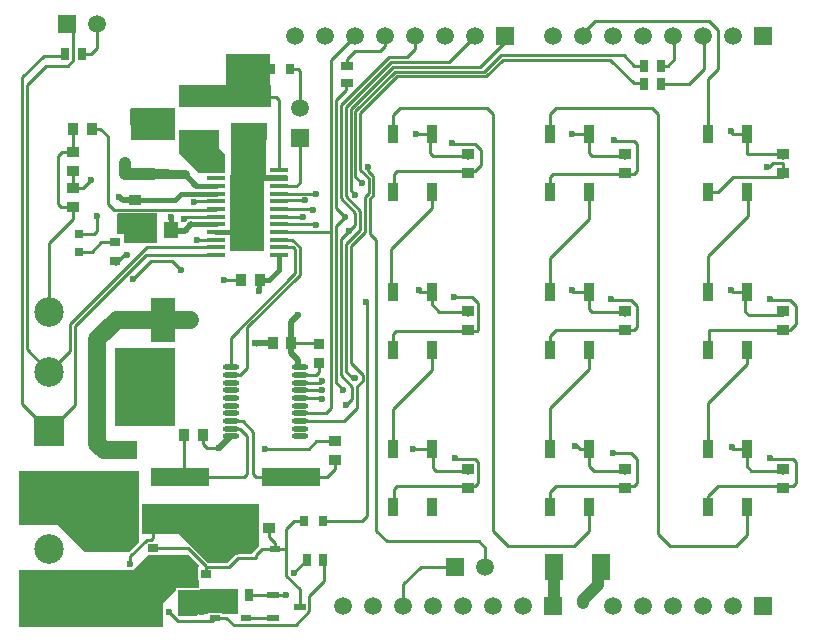
<source format=gtl>
G04*
G04 #@! TF.GenerationSoftware,Altium Limited,Altium Designer,18.0.11 (651)*
G04*
G04 Layer_Physical_Order=1*
G04 Layer_Color=255*
%FSLAX44Y44*%
%MOMM*%
G71*
G01*
G75*
%ADD13C,0.6000*%
%ADD15R,0.9000X1.5000*%
%ADD16R,1.5500X2.2000*%
%ADD17R,1.0000X0.9500*%
%ADD18R,1.0000X0.9500*%
%ADD19O,1.4000X0.4500*%
%ADD20R,0.9000X0.5000*%
%ADD21R,2.1000X3.8500*%
%ADD22R,4.9500X1.6500*%
%ADD23R,0.9720X0.8020*%
%ADD24R,0.7200X0.9900*%
%ADD25R,0.9500X0.8000*%
%ADD26R,0.8000X0.8000*%
%ADD27R,0.9500X0.9000*%
%ADD28R,0.9500X1.0000*%
%ADD29R,0.8000X0.9500*%
%ADD30R,0.8500X0.5000*%
%ADD31R,1.0500X0.5500*%
%ADD32R,0.9900X0.7200*%
%ADD33R,2.8000X0.9500*%
%ADD34R,2.2000X1.5500*%
%ADD35R,1.1500X1.4500*%
%ADD36R,1.0000X0.9000*%
%ADD37R,0.9000X1.0000*%
%ADD38R,2.8000X1.3500*%
%ADD39R,3.4000X1.6500*%
%ADD40R,1.5500X0.4500*%
%ADD41R,2.8500X6.5000*%
%ADD46C,2.5000*%
%ADD47R,2.5000X2.5000*%
%ADD49C,0.2540*%
%ADD50C,0.5080*%
%ADD51C,1.5240*%
%ADD52C,0.7620*%
%ADD53C,1.0160*%
%ADD54C,1.2700*%
%ADD55C,0.4572*%
%ADD56C,0.4826*%
%ADD57C,0.3810*%
%ADD58C,1.5000*%
%ADD59R,1.5000X1.5000*%
%ADD60R,1.5000X1.5000*%
G36*
X137160Y177800D02*
X86360D01*
Y243840D01*
X137160D01*
Y177800D01*
D02*
G37*
G36*
X106680Y79196D02*
X98604Y71120D01*
X60960D01*
X38100Y93980D01*
X5080D01*
Y139700D01*
X106680D01*
Y79196D01*
D02*
G37*
G36*
X208280Y76200D02*
X200969Y68889D01*
X190500D01*
X190500Y68889D01*
X189410Y68672D01*
X189272Y68580D01*
X187960D01*
X180649Y61269D01*
X164791D01*
X139700Y86360D01*
X109220Y86360D01*
X109220Y111120D01*
X208280Y111120D01*
Y76200D01*
D02*
G37*
G36*
X190500Y18288D02*
X176568D01*
Y19315D01*
X165020D01*
Y18288D01*
X156464D01*
X155194Y17018D01*
X139249D01*
X138938Y17329D01*
Y25126D01*
X140208Y25511D01*
X141154Y24094D01*
X142919Y22915D01*
X145000Y22501D01*
X147000D01*
X149081Y22915D01*
X150846Y24094D01*
X152024Y25859D01*
X152438Y27940D01*
X152024Y30021D01*
X150846Y31786D01*
X149081Y32964D01*
X147000Y33379D01*
X145000D01*
X142919Y32964D01*
X141154Y31786D01*
X140208Y30369D01*
X138938Y30754D01*
Y37610D01*
X139376Y38666D01*
Y38814D01*
X139524D01*
X139949Y38990D01*
X157480Y38990D01*
X157783Y39116D01*
X190500D01*
Y18288D01*
D02*
G37*
G36*
X157480Y60098D02*
Y57985D01*
X156593D01*
Y46917D01*
X157480D01*
Y40640D01*
X139700Y40640D01*
X139524Y40464D01*
X137726D01*
Y38666D01*
X127000Y27940D01*
X127000Y7620D01*
X5080D01*
Y55880D01*
X101600D01*
X114100Y68380D01*
X124632D01*
Y68580D01*
X148998Y68580D01*
X157480Y60098D01*
D02*
G37*
G36*
X217170Y466491D02*
X217457D01*
X217647Y466412D01*
Y447388D01*
X140470D01*
Y466491D01*
X180340D01*
X180340Y492760D01*
X217170Y492760D01*
X217170Y466491D01*
D02*
G37*
G36*
X136854Y420761D02*
X135956Y419862D01*
X99087Y419862D01*
X99038Y446141D01*
X99935Y447040D01*
X136804Y447040D01*
X136854Y420761D01*
D02*
G37*
G36*
X174353Y412278D02*
X178905Y407726D01*
Y391884D01*
X178853Y391757D01*
X165138Y391584D01*
X157488D01*
X140495Y408577D01*
Y415303D01*
X141700Y415460D01*
X174353D01*
Y412278D01*
D02*
G37*
G36*
X214627Y420751D02*
X213523Y419646D01*
Y389634D01*
X231958Y389636D01*
X232855Y388737D01*
X232847Y385061D01*
X210726D01*
X210619Y384955D01*
X207647Y387927D01*
X183881D01*
Y390756D01*
Y434246D01*
X214592D01*
X214627Y420751D01*
D02*
G37*
G36*
X121920Y332740D02*
X93980D01*
Y340360D01*
X87630D01*
Y356870D01*
X88591Y357831D01*
X121920D01*
Y332740D01*
D02*
G37*
D13*
X115570Y354330D02*
D03*
X92710Y351790D02*
D03*
X100330Y336550D02*
D03*
X104140Y342900D02*
D03*
X96520D02*
D03*
X71120Y20320D02*
D03*
Y30480D02*
D03*
Y40640D02*
D03*
X99060Y45720D02*
D03*
X81280Y20320D02*
D03*
Y30480D02*
D03*
Y40640D02*
D03*
X91440D02*
D03*
Y30480D02*
D03*
Y20320D02*
D03*
X160020D02*
D03*
X175260Y27940D02*
D03*
X167640D02*
D03*
X160020D02*
D03*
X175260Y35560D02*
D03*
X167640D02*
D03*
X160020D02*
D03*
X86360Y73660D02*
D03*
X76200Y83820D02*
D03*
X114300Y60960D02*
D03*
X134620Y40640D02*
D03*
X124460Y50800D02*
D03*
Y60960D02*
D03*
X134620D02*
D03*
Y50800D02*
D03*
X144780D02*
D03*
X76200Y73660D02*
D03*
Y93980D02*
D03*
Y104140D02*
D03*
X96520D02*
D03*
X86360D02*
D03*
Y83820D02*
D03*
Y93980D02*
D03*
X96520D02*
D03*
X144780Y86360D02*
D03*
X154940D02*
D03*
Y96520D02*
D03*
X144780D02*
D03*
X134620D02*
D03*
X154940Y106680D02*
D03*
X144780D02*
D03*
X134620D02*
D03*
X124460D02*
D03*
X114300D02*
D03*
X131919Y20320D02*
D03*
X66040Y386080D02*
D03*
X149860Y267680D02*
D03*
X213360Y158120D02*
D03*
X261620Y200660D02*
D03*
Y208280D02*
D03*
X482600Y27940D02*
D03*
X101600Y302260D02*
D03*
X96520Y322580D02*
D03*
X71120Y355600D02*
D03*
X256058Y374275D02*
D03*
X99060Y60960D02*
D03*
X94785Y400515D02*
D03*
X139700Y267680D02*
D03*
X142240Y309880D02*
D03*
X508000Y154940D02*
D03*
X204724Y247396D02*
D03*
X173965Y158750D02*
D03*
X241300Y271780D02*
D03*
X373790Y150270D02*
D03*
X338230Y157890D02*
D03*
X373380Y287020D02*
D03*
X343310Y292510D02*
D03*
X371250Y416970D02*
D03*
X340770Y424590D02*
D03*
X508410Y419510D02*
D03*
X505870Y284890D02*
D03*
X472850Y292510D02*
D03*
X637950Y396650D02*
D03*
X640490Y284890D02*
D03*
Y150270D02*
D03*
X472850Y424590D02*
D03*
X475390Y160430D02*
D03*
X608555Y159345D02*
D03*
X607470Y292510D02*
D03*
Y427130D02*
D03*
X185420Y472440D02*
D03*
Y480060D02*
D03*
Y487680D02*
D03*
X193040D02*
D03*
Y480060D02*
D03*
Y472440D02*
D03*
X200660D02*
D03*
Y480060D02*
D03*
Y487680D02*
D03*
X298860Y282350D02*
D03*
X152810Y367440D02*
D03*
X230382Y34065D02*
D03*
X237290Y53369D02*
D03*
X300486Y396701D02*
D03*
X246917Y368481D02*
D03*
X294694Y383493D02*
D03*
X244907Y354406D02*
D03*
X89700Y371640D02*
D03*
X94818Y390525D02*
D03*
X106680Y434340D02*
D03*
X114300D02*
D03*
X121920D02*
D03*
X129540D02*
D03*
Y441960D02*
D03*
X121920D02*
D03*
X114300D02*
D03*
X106680D02*
D03*
X91440Y228600D02*
D03*
X99060D02*
D03*
X106680D02*
D03*
X114300D02*
D03*
X121920D02*
D03*
X129540D02*
D03*
Y236220D02*
D03*
X121920D02*
D03*
X114300D02*
D03*
X106680D02*
D03*
X99060D02*
D03*
X91440D02*
D03*
X144780Y353060D02*
D03*
X207899Y291897D02*
D03*
X132994Y354686D02*
D03*
X178384Y301193D02*
D03*
X205740Y335280D02*
D03*
Y342900D02*
D03*
Y350520D02*
D03*
Y358140D02*
D03*
Y365760D02*
D03*
Y373380D02*
D03*
Y381000D02*
D03*
X190500D02*
D03*
Y373380D02*
D03*
Y365760D02*
D03*
Y358140D02*
D03*
Y350520D02*
D03*
Y342900D02*
D03*
Y335280D02*
D03*
X198120D02*
D03*
Y342900D02*
D03*
Y350520D02*
D03*
X198120Y358140D02*
D03*
X198120Y365760D02*
D03*
Y373380D02*
D03*
Y381000D02*
D03*
X205740Y396240D02*
D03*
X198120D02*
D03*
X190500D02*
D03*
Y403860D02*
D03*
X198120D02*
D03*
X205740D02*
D03*
Y411480D02*
D03*
X198120D02*
D03*
X190500D02*
D03*
X155050Y335390D02*
D03*
X279400Y208280D02*
D03*
X289560Y373380D02*
D03*
X261620Y215900D02*
D03*
X254000Y360680D02*
D03*
X289560Y218440D02*
D03*
X284480Y342900D02*
D03*
X280670Y354330D02*
D03*
X256540Y347980D02*
D03*
X281940Y195580D02*
D03*
D15*
X588020Y108850D02*
D03*
X621020D02*
D03*
Y157850D02*
D03*
X588020D02*
D03*
Y242200D02*
D03*
X621020D02*
D03*
Y291200D02*
D03*
X588020D02*
D03*
Y375550D02*
D03*
X621020D02*
D03*
Y424550D02*
D03*
X588020D02*
D03*
X454670Y375550D02*
D03*
X487670D02*
D03*
Y424550D02*
D03*
X454670D02*
D03*
Y242200D02*
D03*
X487670D02*
D03*
Y291200D02*
D03*
X454670D02*
D03*
Y108850D02*
D03*
X487670D02*
D03*
Y157850D02*
D03*
X454670D02*
D03*
X321320Y108850D02*
D03*
X354320D02*
D03*
Y157850D02*
D03*
X321320D02*
D03*
Y242200D02*
D03*
X354320D02*
D03*
Y291200D02*
D03*
X321320D02*
D03*
Y375550D02*
D03*
X354320D02*
D03*
Y424550D02*
D03*
X321320D02*
D03*
D16*
X497520Y58420D02*
D03*
X457520D02*
D03*
X147000Y27940D02*
D03*
X107000D02*
D03*
D17*
X384810Y125350D02*
D03*
Y141350D02*
D03*
Y258700D02*
D03*
Y274700D02*
D03*
Y392050D02*
D03*
Y408050D02*
D03*
X518160Y125350D02*
D03*
Y141350D02*
D03*
Y258700D02*
D03*
Y274700D02*
D03*
Y392050D02*
D03*
Y408050D02*
D03*
X651510Y392050D02*
D03*
Y408050D02*
D03*
Y125350D02*
D03*
Y141350D02*
D03*
Y258700D02*
D03*
Y274700D02*
D03*
X271882Y164464D02*
D03*
Y148464D02*
D03*
X102667Y368934D02*
D03*
Y352934D02*
D03*
X50800Y393320D02*
D03*
Y409320D02*
D03*
D18*
X200280Y91440D02*
D03*
X216280D02*
D03*
D19*
X183860Y227370D02*
D03*
Y220870D02*
D03*
Y214370D02*
D03*
Y207870D02*
D03*
Y201370D02*
D03*
Y194870D02*
D03*
Y188370D02*
D03*
Y181870D02*
D03*
Y175370D02*
D03*
Y168870D02*
D03*
X242860Y227370D02*
D03*
Y220870D02*
D03*
Y214370D02*
D03*
Y207870D02*
D03*
Y201370D02*
D03*
Y194870D02*
D03*
Y188370D02*
D03*
Y181870D02*
D03*
Y175370D02*
D03*
Y168870D02*
D03*
D20*
X221280Y73660D02*
D03*
X195280D02*
D03*
D21*
X127000Y199680D02*
D03*
Y267680D02*
D03*
D22*
X234960Y134620D02*
D03*
X140960D02*
D03*
D23*
X145277Y61951D02*
D03*
X162977Y71451D02*
D03*
Y52451D02*
D03*
X100548Y83414D02*
D03*
X118248Y92914D02*
D03*
Y73914D02*
D03*
D24*
X43900Y492760D02*
D03*
X57700D02*
D03*
X248319Y64186D02*
D03*
X262119D02*
D03*
X185988Y34341D02*
D03*
X199788D02*
D03*
X547920Y467360D02*
D03*
X534120D02*
D03*
X547920Y482600D02*
D03*
X534120D02*
D03*
D25*
X86360Y317120D02*
D03*
Y333120D02*
D03*
D26*
X55879Y340241D02*
D03*
Y325241D02*
D03*
D27*
X259080Y246760D02*
D03*
Y230760D02*
D03*
D28*
X219330Y247396D02*
D03*
X235330D02*
D03*
X160400Y170180D02*
D03*
X144400D02*
D03*
X208609Y301142D02*
D03*
X192609D02*
D03*
D29*
X234060Y480060D02*
D03*
X218060D02*
D03*
X246102Y96901D02*
D03*
X262102D02*
D03*
D30*
X170794Y15291D02*
D03*
X196794D02*
D03*
D31*
X219538Y34113D02*
D03*
Y15113D02*
D03*
X242538Y24613D02*
D03*
D32*
X282524Y482058D02*
D03*
Y468258D02*
D03*
D33*
X117831Y390492D02*
D03*
Y424492D02*
D03*
D34*
X93980Y117160D02*
D03*
Y157160D02*
D03*
D35*
X133155Y343230D02*
D03*
X115155D02*
D03*
D36*
X50800Y378840D02*
D03*
Y362840D02*
D03*
D37*
X50420Y429260D02*
D03*
X66420D02*
D03*
D38*
X200660Y427460D02*
D03*
Y456460D02*
D03*
D39*
X157480Y420420D02*
D03*
Y458420D02*
D03*
D40*
X225120Y322390D02*
D03*
Y328890D02*
D03*
Y335390D02*
D03*
Y341890D02*
D03*
Y348390D02*
D03*
Y354890D02*
D03*
Y361390D02*
D03*
Y367890D02*
D03*
Y374390D02*
D03*
Y380890D02*
D03*
Y387390D02*
D03*
Y393890D02*
D03*
X171120D02*
D03*
Y387390D02*
D03*
Y380890D02*
D03*
Y374390D02*
D03*
Y367890D02*
D03*
Y361390D02*
D03*
Y354890D02*
D03*
Y348390D02*
D03*
Y341890D02*
D03*
Y335390D02*
D03*
Y328890D02*
D03*
Y322390D02*
D03*
D41*
X198120Y358140D02*
D03*
D46*
X30480Y73660D02*
D03*
Y123660D02*
D03*
Y223660D02*
D03*
Y273660D02*
D03*
D47*
Y23660D02*
D03*
Y173660D02*
D03*
D49*
X607060Y426720D02*
X609230Y424550D01*
X648380Y407680D02*
X651510Y404550D01*
X472810Y424550D02*
X487670D01*
X516310Y406400D02*
X518160Y404550D01*
X472440Y292100D02*
X473340Y291200D01*
X382960Y406400D02*
X384810Y404550D01*
X340730Y424550D02*
X354320D01*
X342900Y292100D02*
X343800Y291200D01*
X622880Y271200D02*
X651510D01*
X515040Y274320D02*
X518160Y271200D01*
X607060Y160020D02*
X609230Y157850D01*
X649660Y139700D02*
X651510Y137850D01*
X516310Y139700D02*
X518160Y137850D01*
X381690Y274320D02*
X384810Y271200D01*
X382960Y139700D02*
X384810Y137850D01*
X338190Y157850D02*
X354320D01*
X131919Y20320D02*
X139539Y12700D01*
X168204D02*
X170794Y15291D01*
X139539Y12700D02*
X168204D01*
X237617Y96901D02*
X246102D01*
X231140Y90424D02*
X237617Y96901D01*
X231140Y73660D02*
Y90424D01*
X198120Y137160D02*
Y169460D01*
X195580Y134620D02*
X198120Y137160D01*
X142240Y134620D02*
X195580D01*
X163830Y158750D02*
X173965D01*
X160400Y162180D02*
X163830Y158750D01*
X160400Y162180D02*
Y170180D01*
X182880Y58420D02*
X190500Y66040D01*
X162977Y58420D02*
X182880D01*
X162977Y52451D02*
Y58420D01*
X295021Y96901D02*
X299695Y101575D01*
X262102Y96901D02*
X295021D01*
X256130Y348390D02*
X256540Y347980D01*
X225120Y348390D02*
X256130D01*
X640080Y284480D02*
X657860D01*
X609600Y388620D02*
X651510D01*
X589280Y259080D02*
X657860D01*
X508000Y419100D02*
X525780D01*
X457200Y391160D02*
X525780D01*
X505460Y284480D02*
X523240D01*
X640080Y149860D02*
X660400D01*
X596920Y127000D02*
X660400D01*
X459740Y259080D02*
X525780D01*
X459740Y127000D02*
X525780D01*
X370840Y416560D02*
X391160D01*
X325120Y393700D02*
X391160D01*
X323860Y257820D02*
X392440D01*
X325120Y127000D02*
X391160D01*
X373380Y149860D02*
X391160D01*
X321320Y242200D02*
Y255280D01*
X323860Y257820D01*
X242860Y214370D02*
X260090D01*
X238760D02*
X242860D01*
Y220870D02*
X256430D01*
X238760D02*
X242860D01*
X237780D02*
X238760D01*
X86360Y314960D02*
X93980Y322580D01*
X116840Y317500D02*
X134620D01*
X142240Y309880D01*
X58800Y378840D02*
X66040Y386080D01*
X50800Y378840D02*
X58800D01*
X50800D02*
Y393320D01*
Y353060D02*
Y362840D01*
X30480Y332740D02*
X50800Y353060D01*
X30480Y273660D02*
Y332740D01*
X50420Y363220D02*
X50800Y362840D01*
X40640Y363220D02*
X50420D01*
X38100Y365760D02*
X40640Y363220D01*
X38100Y365760D02*
Y406400D01*
X41020Y409320D01*
X50800D01*
X50420Y409700D02*
X50800Y409320D01*
X50420Y409700D02*
Y429260D01*
X66420D02*
X73660D01*
X79858Y423062D01*
Y365709D02*
Y423062D01*
X46241Y482600D02*
X50800Y487159D01*
X27800Y482600D02*
X46241D01*
X11684Y466484D02*
X27800Y482600D01*
X50800Y487159D02*
Y513080D01*
X25453Y490940D02*
X42080D01*
X71120Y497840D02*
Y518160D01*
X66040Y492760D02*
X71120Y497840D01*
X57700Y492760D02*
X66040D01*
X112793Y81280D02*
X116840D01*
X118248Y82688D01*
Y92914D01*
X192210Y175370D02*
X198120Y169460D01*
X183860Y175370D02*
X192210D01*
X194050Y181870D02*
X203200Y172720D01*
X183860Y181870D02*
X194050D01*
X203200Y137160D02*
Y172720D01*
Y137160D02*
X205740Y134620D01*
X250093Y158120D02*
X256437Y164464D01*
X213360Y158120D02*
X250093D01*
X183860Y252440D02*
X238760Y307340D01*
X183860Y227370D02*
Y252440D01*
X198120Y226780D02*
Y260953D01*
X192210Y220870D02*
X198120Y226780D01*
X183860Y220870D02*
X192210D01*
X198120Y260953D02*
X242824Y305657D01*
X242860Y188370D02*
X264570D01*
X269240Y193040D01*
X242860Y181870D02*
X279838D01*
X291084Y193116D01*
X242860Y201370D02*
X260910D01*
X261620Y200660D01*
X238760Y208280D02*
X261620D01*
X259080Y223520D02*
Y227814D01*
X256430Y220870D02*
X259080Y223520D01*
X7620Y473107D02*
X25453Y490940D01*
X7620Y196520D02*
Y473107D01*
X42080Y490940D02*
X43900Y492760D01*
X45720Y518160D02*
X50800Y513080D01*
X457200Y25400D02*
X457520Y25720D01*
X74040Y333120D02*
X86360D01*
X11684Y242456D02*
Y466484D01*
X71120Y342900D02*
Y355600D01*
X68461Y340241D02*
X71120Y342900D01*
X55879Y340241D02*
X68461D01*
X66161Y325241D02*
X74040Y333120D01*
X55879Y325241D02*
X66161D01*
X101600Y302260D02*
X116840Y317500D01*
X93980Y322580D02*
X96520D01*
X86360Y314960D02*
Y317120D01*
X11684Y242456D02*
X30480Y223660D01*
X7620Y196520D02*
X30480Y173660D01*
X52324Y195504D02*
Y262477D01*
X30480Y173660D02*
X52324Y195504D01*
Y262477D02*
X112237Y322390D01*
X30480Y223660D02*
X48260Y241440D01*
Y264160D01*
X112990Y328890D01*
X171120D01*
X142240Y134620D02*
X144400Y136780D01*
Y170180D01*
X162977Y71451D02*
X163347Y71821D01*
X186461Y9119D02*
X238996D01*
X180289Y15291D02*
X186461Y9119D01*
X170794Y15291D02*
X180289D01*
X660400Y149860D02*
X662940Y147320D01*
Y129540D02*
Y147320D01*
X660400Y127000D02*
X662940Y129540D01*
X624840Y139700D02*
X649660D01*
X621020Y143520D02*
X624840Y139700D01*
X621020Y143520D02*
Y157850D01*
X588020Y118100D02*
X596920Y127000D01*
X619760Y274320D02*
X622880Y271200D01*
X619760Y274320D02*
Y289940D01*
X662940Y264160D02*
Y279400D01*
X657860Y259080D02*
X662940Y264160D01*
X639618Y396650D02*
X643454Y400486D01*
X637950Y396650D02*
X639618D01*
X643454Y400486D02*
X651510D01*
Y392050D02*
Y400486D01*
Y388620D02*
Y392050D01*
X596530Y375550D02*
X609600Y388620D01*
X637540Y396240D02*
X637950Y396650D01*
X621020Y407680D02*
X648380D01*
X621020D02*
Y424550D01*
X490220Y406400D02*
X516310D01*
X487675Y408945D02*
X490220Y406400D01*
X528320Y393700D02*
Y416560D01*
X525780Y391160D02*
X528320Y393700D01*
X454660Y388620D02*
X457200Y391160D01*
X490220Y274320D02*
X515040D01*
X487670Y276870D02*
X490220Y274320D01*
X528320Y261620D02*
Y279400D01*
X525780Y259080D02*
X528320Y261620D01*
X454670Y254010D02*
X459740Y259080D01*
X523240Y284480D02*
X528320Y279400D01*
X491600Y139700D02*
X516310D01*
X487670Y143630D02*
X491600Y139700D01*
X528320Y129540D02*
Y149860D01*
X525780Y127000D02*
X528320Y129540D01*
X454660Y121920D02*
X459740Y127000D01*
X393700Y129540D02*
Y147320D01*
X391160Y127000D02*
X393700Y129540D01*
X322580Y124460D02*
X325120Y127000D01*
X358140Y139700D02*
X382960D01*
X355600Y142240D02*
X358140Y139700D01*
X393700Y259080D02*
Y281940D01*
X392440Y257820D02*
X393700Y259080D01*
X360680Y274320D02*
X381690D01*
X354320Y280680D02*
X360680Y274320D01*
X354320Y280680D02*
Y291200D01*
X355600Y406400D02*
X382960D01*
X353060Y408940D02*
X355600Y406400D01*
X391160Y416560D02*
X396240Y411480D01*
Y398780D02*
Y411480D01*
X391160Y393700D02*
X396240Y398780D01*
X322580Y391160D02*
X325120Y393700D01*
X99060Y67547D02*
X112793Y81280D01*
X99060Y60960D02*
Y67547D01*
X262119Y64186D02*
X262838Y63467D01*
Y45973D02*
Y63467D01*
X231140Y50876D02*
Y73660D01*
Y50876D02*
X242538Y39478D01*
X221280Y73660D02*
X231140D01*
X221280D02*
Y78440D01*
X216280Y83440D02*
X221280Y78440D01*
X216280Y83440D02*
Y91440D01*
X200280D02*
X200660Y91060D01*
Y83820D02*
Y91060D01*
X195280Y78440D02*
X200660Y83820D01*
X195280Y73660D02*
Y78440D01*
X210820Y73660D02*
X221280D01*
X205740Y68580D02*
X210820Y73660D01*
X205740Y66040D02*
Y68580D01*
X190500Y66040D02*
X205740D01*
X180503Y71451D02*
X182712Y73660D01*
X195280D01*
X234290Y478282D02*
X236068Y480060D01*
X241300D01*
X242951Y478409D01*
Y447243D02*
Y478409D01*
X162977Y71451D02*
X180503D01*
X225120Y367890D02*
X225711Y368481D01*
X508000Y154940D02*
X523240D01*
X528320Y149860D01*
X99999Y350266D02*
X102667Y352934D01*
X204724Y247396D02*
X205740Y246380D01*
X482600Y510540D02*
X492760Y520700D01*
X596900Y480060D02*
Y513080D01*
X589280Y520700D02*
X596900Y513080D01*
X492760Y520700D02*
X589280D01*
X588020Y471180D02*
X596900Y480060D01*
X588020Y424550D02*
Y471180D01*
X391160Y149860D02*
X393700Y147320D01*
X321320Y108850D02*
X322580Y110110D01*
Y124460D01*
X337820Y157480D02*
X338190Y157850D01*
X354320D02*
X355600Y156570D01*
Y142240D02*
Y156570D01*
X388620Y287020D02*
X393700Y281940D01*
X373380Y287020D02*
X388620D01*
X343800Y291200D02*
X354320D01*
X321320Y375550D02*
X322580Y376810D01*
Y391160D01*
X340360Y424180D02*
X340730Y424550D01*
X353060Y423290D02*
X354320Y424550D01*
X353060Y408940D02*
Y423290D01*
X454670Y375550D02*
Y388610D01*
X454660Y388620D02*
X454670Y388610D01*
X487670Y408940D02*
Y424550D01*
X525780Y419100D02*
X528320Y416560D01*
X454670Y242200D02*
Y254010D01*
X487670Y276870D02*
Y291200D01*
X473340D02*
X487670D01*
Y143630D02*
Y157850D01*
X454660Y108860D02*
X454670Y108850D01*
X454660Y108860D02*
Y121920D01*
X619760Y289940D02*
X621020Y291200D01*
X607470Y292510D02*
X608780Y291200D01*
X621020D01*
X588020Y375550D02*
X596530D01*
X657860Y284480D02*
X662940Y279400D01*
X588020Y242200D02*
X589280Y243460D01*
Y259080D01*
X588020Y108850D02*
Y118100D01*
X472440Y424180D02*
X472810Y424550D01*
X477110Y160430D02*
X479690Y157850D01*
X475390Y160430D02*
X477110D01*
X479690Y157850D02*
X487670D01*
X609230D02*
X621020D01*
X609230Y424550D02*
X621020D01*
X200660Y456460D02*
X222123D01*
X299695Y101575D02*
Y281515D01*
X298860Y282350D02*
X299695Y281515D01*
X285496Y230698D02*
X295631Y220563D01*
X285496Y230698D02*
Y329975D01*
X301752Y340483D02*
X307035Y335200D01*
Y88849D02*
Y335200D01*
X152810Y367440D02*
X153260Y367890D01*
X152400Y367030D02*
X152810Y367440D01*
X153260Y367890D02*
X171120D01*
X235330Y247396D02*
X235356Y247370D01*
X254992Y247396D02*
X255245Y247649D01*
X235330Y247396D02*
X254992D01*
X242341Y421234D02*
X242392Y421284D01*
X242341Y383667D02*
Y421234D01*
X239564Y380890D02*
X242341Y383667D01*
X225120Y380890D02*
X239564D01*
X242392Y446684D02*
X242951Y447243D01*
X222123Y456398D02*
X225120Y453401D01*
X222123Y456398D02*
Y456460D01*
X225120Y393890D02*
Y453401D01*
X238760Y307340D02*
Y326993D01*
X236863Y328890D02*
X238760Y326993D01*
X225120Y328890D02*
X236863D01*
X230334Y34113D02*
X230382Y34065D01*
X219538Y34113D02*
X230334D01*
X237092Y52959D02*
X248319Y64186D01*
X236880Y52959D02*
X237092D01*
X242538Y24613D02*
Y39478D01*
X219310Y34341D02*
X219538Y34113D01*
X199788Y34341D02*
X219310D01*
X238996Y9119D02*
X250582Y20705D01*
Y33717D01*
X262838Y45973D01*
X219360Y15291D02*
X219538Y15113D01*
X196794Y15291D02*
X219360D01*
X118248Y73914D02*
X147693D01*
X162977Y58629D01*
X265608Y134620D02*
X271882Y140894D01*
X234960Y134620D02*
X265608D01*
X256437Y164464D02*
X271882D01*
Y140894D02*
Y148464D01*
X307035Y88849D02*
X315900Y79985D01*
X344627Y57861D02*
X374066D01*
X330200Y43434D02*
X344627Y57861D01*
X330200Y25400D02*
Y43434D01*
X399466Y57861D02*
Y74397D01*
X393878Y79985D02*
X399466Y74397D01*
X315900Y79985D02*
X393878D01*
X301752Y340483D02*
Y369817D01*
X304749Y372814D01*
Y388881D01*
X300486Y393145D02*
X304749Y388881D01*
X300486Y393145D02*
Y396701D01*
X225235Y374275D02*
X256058D01*
X225120Y374390D02*
X225235Y374275D01*
X295631Y215798D02*
Y220563D01*
X291084Y211252D02*
X295631Y215798D01*
X291084Y193116D02*
Y211252D01*
X293624Y394259D02*
X300685Y387198D01*
Y374498D02*
Y387198D01*
X297688Y371500D02*
X300685Y374498D01*
X584200Y508000D02*
X584810Y507390D01*
Y480136D02*
Y507390D01*
X572033Y467360D02*
X584810Y480136D01*
X547920Y467360D02*
X572033D01*
X533815Y467665D02*
X534120Y467360D01*
X525043Y467665D02*
X533815D01*
X505028Y487680D02*
X525043Y467665D01*
X414687Y487680D02*
X505028D01*
X400463Y473456D02*
X414687Y487680D01*
X324841Y473456D02*
X400463D01*
X293624Y442239D02*
X324841Y473456D01*
X323157Y477520D02*
X398780D01*
X321474Y481584D02*
X395224D01*
X319790Y485648D02*
X368808D01*
X332943Y489712D02*
X340360Y497129D01*
X318107Y489712D02*
X332943D01*
X289560Y443923D02*
X323157Y477520D01*
X285496Y445606D02*
X321474Y481584D01*
X281432Y447290D02*
X319790Y485648D01*
X277368Y448973D02*
X318107Y489712D01*
X293624Y394259D02*
Y442239D01*
X297688Y342167D02*
Y371500D01*
X285496Y329975D02*
X297688Y342167D01*
X277368Y220472D02*
X287020Y210820D01*
Y200660D02*
Y210820D01*
X277368Y220472D02*
Y335788D01*
X558800Y508000D02*
X559206Y507594D01*
Y487909D02*
Y507594D01*
X553898Y482600D02*
X559206Y487909D01*
X547920Y482600D02*
X553898D01*
X525780D02*
X534120D01*
X413004Y491744D02*
X516636D01*
X398780Y477520D02*
X413004Y491744D01*
X225711Y368481D02*
X246917D01*
X289560Y388627D02*
X294694Y383493D01*
X289560Y388627D02*
Y443923D01*
X314960Y499237D02*
Y508000D01*
X310744Y495021D02*
X314960Y499237D01*
X289585Y495021D02*
X310744D01*
X282524Y487959D02*
X289585Y495021D01*
X282524Y482058D02*
Y487959D01*
X273304Y361696D02*
Y453949D01*
X281457Y467191D02*
X282524Y468258D01*
X281457Y462102D02*
Y467191D01*
X273304Y453949D02*
X281457Y462102D01*
X340360Y497129D02*
Y508000D01*
X368808Y485648D02*
X391160Y508000D01*
X277368Y370332D02*
Y448973D01*
X281432Y372015D02*
Y447290D01*
X285496Y377444D02*
Y445606D01*
X244423Y354890D02*
X244907Y354406D01*
X225120Y354890D02*
X244423D01*
X269240Y487680D02*
X289560Y508000D01*
X269240Y341890D02*
Y487680D01*
X516636Y491744D02*
X525780Y482600D01*
X94818Y390525D02*
X94851Y390492D01*
X84887Y360680D02*
X170410D01*
X79858Y365709D02*
X84887Y360680D01*
X102667Y352934D02*
X102972Y352629D01*
X205740Y134620D02*
X234960D01*
X242824Y305657D02*
Y328676D01*
X236110Y335390D02*
X242824Y328676D01*
X225120Y335390D02*
X236110D01*
X146610Y354890D02*
X171120D01*
X144780Y353060D02*
X146610Y354890D01*
X207899Y300432D02*
X208609Y301142D01*
X132994Y354279D02*
X133155Y354118D01*
X178943Y301371D02*
X179172Y301142D01*
X192609D01*
X208609D02*
X208762Y300990D01*
X189490Y341890D02*
X190500Y342900D01*
X133155Y343230D02*
X133384Y343002D01*
X154940Y335280D02*
X155050Y335390D01*
X171120D01*
X170410Y360680D02*
X171120Y361390D01*
X273304Y214376D02*
X279400Y208280D01*
X285496Y377444D02*
X289560Y373380D01*
X281432Y372015D02*
X293624Y359823D01*
X277368Y370332D02*
X289560Y358140D01*
X273304Y361696D02*
X280670Y354330D01*
X260090Y214370D02*
X261620Y215900D01*
X253290Y361390D02*
X254000Y360680D01*
X225120Y361390D02*
X253290D01*
X395224Y481584D02*
X416560Y502920D01*
Y508000D01*
X293624Y343850D02*
Y359823D01*
X281432Y331658D02*
X293624Y343850D01*
X281432Y224028D02*
Y331658D01*
X287020Y218440D02*
X289560D01*
X281432Y224028D02*
X287020Y218440D01*
X277368Y335788D02*
X284480Y342900D01*
X289560Y347980D01*
X273304Y346964D02*
X280670Y354330D01*
X225120Y341890D02*
X269240D01*
X281940Y195580D02*
X287020Y200660D01*
X289560Y347980D02*
Y358140D01*
X273304Y214376D02*
Y346964D01*
X313087Y508000D02*
X314960D01*
X269240Y193040D02*
Y341890D01*
X327680Y447040D02*
X401320D01*
X321320Y440680D02*
X327680Y447040D01*
X354320Y224760D02*
Y242200D01*
X321320Y191760D02*
X354320Y224760D01*
X321320Y157850D02*
Y191760D01*
X320040Y292480D02*
X321320Y291200D01*
X320040Y292480D02*
Y327660D01*
X354320Y361940D01*
Y375550D01*
X321320Y424550D02*
Y440680D01*
X401320Y447040D02*
X406400Y441960D01*
Y88900D02*
Y441960D01*
Y88900D02*
X419100Y76200D01*
X474980D01*
X487670Y88890D01*
Y108850D01*
X454660Y157860D02*
X454670Y157850D01*
X454660Y157860D02*
Y193040D01*
X487670Y226050D01*
Y242200D01*
X454660Y291210D02*
X454670Y291200D01*
X454660Y291210D02*
Y320040D01*
X487670Y353050D01*
Y375550D01*
X454670Y424550D02*
Y441950D01*
X454660Y441960D02*
X454670Y441950D01*
X454660Y441960D02*
X459740Y447040D01*
X541020D01*
X546100Y441960D01*
Y86360D02*
Y441960D01*
Y86360D02*
X556260Y76200D01*
X612140D01*
X621020Y85080D01*
Y108850D01*
X588020Y157850D02*
Y196860D01*
X621020Y229860D01*
Y242200D01*
Y375550D02*
X622300Y374270D01*
Y355600D02*
Y374270D01*
X588020Y321320D02*
X622300Y355600D01*
X588020Y291200D02*
Y321320D01*
X112237Y322390D02*
X171120D01*
D50*
X173965Y158750D02*
Y158975D01*
X183860Y168870D01*
X241300Y227370D02*
Y233248D01*
X235356Y239192D02*
X241300Y233248D01*
X114571Y342646D02*
X115155Y343230D01*
X235330Y265810D02*
X241300Y271780D01*
X235330Y247396D02*
Y265810D01*
X204724Y247396D02*
X219330D01*
X235356Y239192D02*
Y247370D01*
X145168Y390492D02*
X154771Y380890D01*
X133384Y343002D02*
X145136D01*
X150524Y348390D01*
D51*
X139700Y267680D02*
X149860D01*
X127000D02*
X139700D01*
X87340D02*
X127000D01*
X71120Y251460D02*
X87340Y267680D01*
X71120Y162560D02*
Y251460D01*
Y162560D02*
X76520Y157160D01*
X93980D01*
X93660Y116840D02*
X93980Y117160D01*
D52*
X145000Y27940D02*
X147000D01*
X107000D02*
X109000D01*
X117831Y390492D02*
X145168D01*
D53*
X457520Y25720D02*
Y58420D01*
X495300Y56200D02*
X497520Y58420D01*
X495300Y43180D02*
Y56200D01*
X482600Y30480D02*
X495300Y43180D01*
X482600Y27940D02*
Y30480D01*
X94818Y390525D02*
Y400482D01*
X94851Y390492D02*
X117831D01*
D54*
X30480Y23660D02*
X31280Y22860D01*
X135915Y61951D02*
X145277D01*
D55*
X154771Y380890D02*
X171120D01*
X141853Y374390D02*
X171120D01*
X136397Y368934D02*
X141853Y374390D01*
X102667Y368934D02*
X136397D01*
X171120Y341890D02*
X189490D01*
X150524Y348390D02*
X171120D01*
D56*
X92406Y368934D02*
X102667D01*
X89700Y371640D02*
X92406Y368934D01*
D57*
X207899Y291897D02*
Y300432D01*
X133155Y343230D02*
Y354118D01*
X208762Y300990D02*
X216129D01*
X225120Y309981D01*
Y322390D01*
D58*
X508000Y25400D02*
D03*
X533400D02*
D03*
X558800D02*
D03*
X584200D02*
D03*
X609600D02*
D03*
X457200Y508000D02*
D03*
X482600D02*
D03*
X508000D02*
D03*
X533400D02*
D03*
X558800D02*
D03*
X584200D02*
D03*
X609600D02*
D03*
X238760D02*
D03*
X264160D02*
D03*
X289560D02*
D03*
X314960D02*
D03*
X340360D02*
D03*
X365760D02*
D03*
X391160D02*
D03*
X399466Y57861D02*
D03*
X71120Y518160D02*
D03*
X242392Y446684D02*
D03*
X431800Y25400D02*
D03*
X406400D02*
D03*
X381000D02*
D03*
X355600D02*
D03*
X330200D02*
D03*
X304800D02*
D03*
X279400D02*
D03*
D59*
X635000D02*
D03*
Y508000D02*
D03*
X416560D02*
D03*
X374066Y57861D02*
D03*
X45720Y518160D02*
D03*
X457200Y25400D02*
D03*
D60*
X242392Y421284D02*
D03*
M02*

</source>
